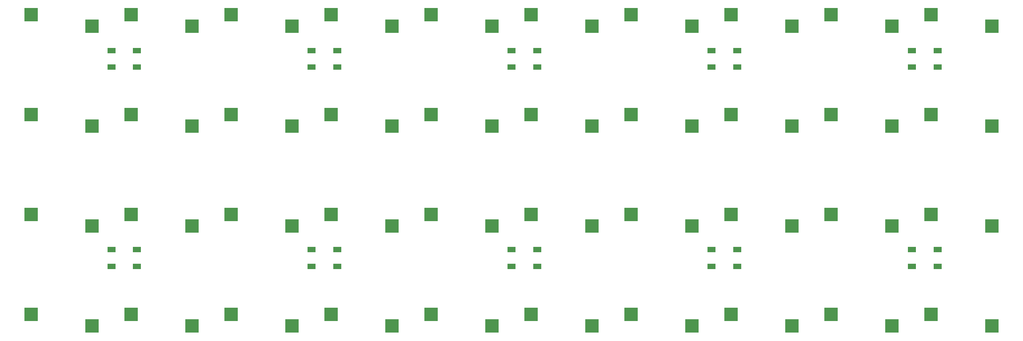
<source format=gbp>
G04 #@! TF.GenerationSoftware,KiCad,Pcbnew,6.0.7-f9a2dced07~116~ubuntu20.04.1*
G04 #@! TF.CreationDate,2022-09-18T13:16:26+08:00*
G04 #@! TF.ProjectId,keyboard v3,6b657962-6f61-4726-9420-76332e6b6963,rev?*
G04 #@! TF.SameCoordinates,Original*
G04 #@! TF.FileFunction,Paste,Bot*
G04 #@! TF.FilePolarity,Positive*
%FSLAX46Y46*%
G04 Gerber Fmt 4.6, Leading zero omitted, Abs format (unit mm)*
G04 Created by KiCad (PCBNEW 6.0.7-f9a2dced07~116~ubuntu20.04.1) date 2022-09-18 13:16:26*
%MOMM*%
%LPD*%
G01*
G04 APERTURE LIST*
%ADD10R,2.600000X2.600000*%
%ADD11R,1.500000X1.000000*%
G04 APERTURE END LIST*
D10*
X71262500Y-101450000D03*
X59712500Y-99250000D03*
X185562500Y-120500000D03*
X174012500Y-118300000D03*
X147462500Y-139550000D03*
X135912500Y-137350000D03*
X128412500Y-120500000D03*
X116862500Y-118300000D03*
X185562500Y-101450000D03*
X174012500Y-99250000D03*
X90312500Y-139550000D03*
X78762500Y-137350000D03*
X242712500Y-120500000D03*
X231162500Y-118300000D03*
X128412500Y-139550000D03*
X116862500Y-137350000D03*
X223662500Y-82400000D03*
X212112500Y-80200000D03*
X166512500Y-82400000D03*
X154962500Y-80200000D03*
X185562500Y-139550000D03*
X174012500Y-137350000D03*
X204612500Y-82400000D03*
X193062500Y-80200000D03*
X71262500Y-120500000D03*
X59712500Y-118300000D03*
X166512500Y-101450000D03*
X154962500Y-99250000D03*
X204612500Y-139550000D03*
X193062500Y-137350000D03*
X204612500Y-101450000D03*
X193062500Y-99250000D03*
X128412500Y-82400000D03*
X116862500Y-80200000D03*
X109362500Y-139550000D03*
X97812500Y-137350000D03*
X242712500Y-139550000D03*
X231162500Y-137350000D03*
X147462500Y-101450000D03*
X135912500Y-99250000D03*
X147462500Y-82400000D03*
X135912500Y-80200000D03*
X109362500Y-120500000D03*
X97812500Y-118300000D03*
X242712500Y-82400000D03*
X231162500Y-80200000D03*
X90312500Y-101450000D03*
X78762500Y-99250000D03*
X223662500Y-120500000D03*
X212112500Y-118300000D03*
X147462500Y-120500000D03*
X135912500Y-118300000D03*
X223662500Y-101450000D03*
X212112500Y-99250000D03*
X71262500Y-139550000D03*
X59712500Y-137350000D03*
X90312500Y-120500000D03*
X78762500Y-118300000D03*
X71262500Y-82400000D03*
X59712500Y-80200000D03*
X128412500Y-101450000D03*
X116862500Y-99250000D03*
X166512500Y-139550000D03*
X154962500Y-137350000D03*
X166512500Y-120500000D03*
X154962500Y-118300000D03*
X185562500Y-82400000D03*
X174012500Y-80200000D03*
X109362500Y-101450000D03*
X97812500Y-99250000D03*
X109362500Y-82400000D03*
X97812500Y-80200000D03*
X90312500Y-82400000D03*
X78762500Y-80200000D03*
X242712500Y-101450000D03*
X231162500Y-99250000D03*
X223662500Y-139550000D03*
X212112500Y-137350000D03*
X204612500Y-120500000D03*
X193062500Y-118300000D03*
D11*
X194262500Y-125000000D03*
X194262500Y-128200000D03*
X189362500Y-128200000D03*
X189362500Y-125000000D03*
X118012500Y-125000000D03*
X118012500Y-128200000D03*
X113112500Y-128200000D03*
X113112500Y-125000000D03*
X232387500Y-125000000D03*
X232387500Y-128200000D03*
X227487500Y-128200000D03*
X227487500Y-125000000D03*
X227487500Y-90200000D03*
X227487500Y-87000000D03*
X232387500Y-87000000D03*
X232387500Y-90200000D03*
X79887500Y-125000000D03*
X79887500Y-128200000D03*
X74987500Y-128200000D03*
X74987500Y-125000000D03*
X156137500Y-125000000D03*
X156137500Y-128200000D03*
X151237500Y-128200000D03*
X151237500Y-125000000D03*
X151237500Y-90200000D03*
X151237500Y-87000000D03*
X156137500Y-87000000D03*
X156137500Y-90200000D03*
X113112500Y-90200000D03*
X113112500Y-87000000D03*
X118012500Y-87000000D03*
X118012500Y-90200000D03*
X74987500Y-90200000D03*
X74987500Y-87000000D03*
X79887500Y-87000000D03*
X79887500Y-90200000D03*
X189362500Y-90200000D03*
X189362500Y-87000000D03*
X194262500Y-87000000D03*
X194262500Y-90200000D03*
M02*

</source>
